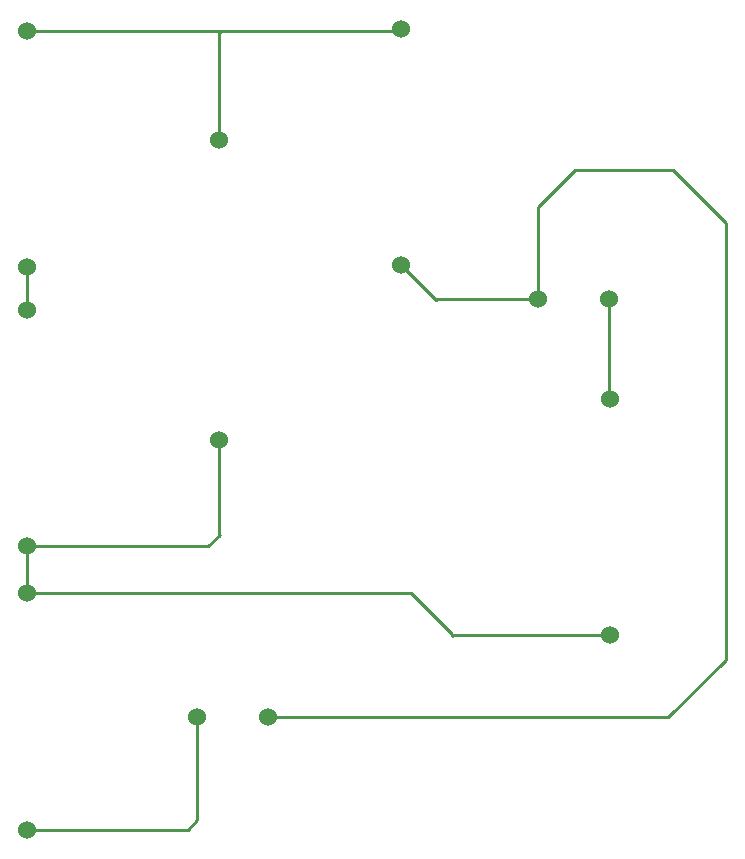
<source format=gbr>
%TF.GenerationSoftware,KiCad,Pcbnew,(6.0.7)*%
%TF.CreationDate,2022-09-05T15:14:58+08:00*%
%TF.ProjectId,6_7,365f372e-6b69-4636-9164-5f7063625858,rev?*%
%TF.SameCoordinates,Original*%
%TF.FileFunction,Copper,L1,Top*%
%TF.FilePolarity,Positive*%
%FSLAX46Y46*%
G04 Gerber Fmt 4.6, Leading zero omitted, Abs format (unit mm)*
G04 Created by KiCad (PCBNEW (6.0.7)) date 2022-09-05 15:14:58*
%MOMM*%
%LPD*%
G01*
G04 APERTURE LIST*
%TA.AperFunction,ComponentPad*%
%ADD10C,1.524000*%
%TD*%
%TA.AperFunction,Conductor*%
%ADD11C,0.250000*%
%TD*%
G04 APERTURE END LIST*
D10*
%TO.P,R5,1*%
%TO.N,Net-(R5-Pad1)*%
X84480400Y-49080400D03*
%TO.P,R5,2*%
%TO.N,Net-(A1-Pad2)*%
X84480400Y-69080400D03*
%TD*%
%TO.P,V1,1,+*%
%TO.N,Net-(R3-Pad2)*%
X55527200Y-75996800D03*
%TO.P,V1,2,-*%
%TO.N,Net-(R4-Pad2)*%
X49527200Y-75996800D03*
%TD*%
%TO.P,R1,1*%
%TO.N,Net-(A1-Pad1)*%
X35077400Y-17914600D03*
%TO.P,R1,2*%
%TO.N,Net-(R1-Pad2)*%
X35077400Y-37914600D03*
%TD*%
%TO.P,R4,1*%
%TO.N,Net-(A1-Pad2)*%
X35077400Y-65514200D03*
%TO.P,R4,2*%
%TO.N,Net-(R4-Pad2)*%
X35077400Y-85514200D03*
%TD*%
%TO.P,R3,1*%
%TO.N,Net-(A1-Pad1)*%
X66802000Y-17736800D03*
%TO.P,R3,2*%
%TO.N,Net-(R3-Pad2)*%
X66802000Y-37736800D03*
%TD*%
%TO.P,U1,1,+*%
%TO.N,Net-(R3-Pad2)*%
X78381600Y-40614600D03*
%TO.P,U1,2,-*%
%TO.N,Net-(R5-Pad1)*%
X84381600Y-40614600D03*
%TD*%
%TO.P,A1,1,+*%
%TO.N,Net-(A1-Pad1)*%
X51384200Y-27152600D03*
%TO.P,A1,2,-*%
%TO.N,Net-(A1-Pad2)*%
X51384200Y-52552600D03*
%TD*%
%TO.P,R2,1*%
%TO.N,Net-(R1-Pad2)*%
X35077400Y-41536600D03*
%TO.P,R2,2*%
%TO.N,Net-(A1-Pad2)*%
X35077400Y-61536600D03*
%TD*%
D11*
%TO.N,Net-(R5-Pad1)*%
X84381600Y-48981600D02*
X84480400Y-49080400D01*
X84381600Y-40614600D02*
X84381600Y-48981600D01*
%TO.N,Net-(A1-Pad1)*%
X66624200Y-17914600D02*
X66802000Y-17736800D01*
X51384200Y-27152600D02*
X51384200Y-18084800D01*
X51554400Y-17914600D02*
X66624200Y-17914600D01*
X35077400Y-17914600D02*
X51554400Y-17914600D01*
X51384200Y-18084800D02*
X51554400Y-17914600D01*
%TO.N,Net-(A1-Pad2)*%
X71127600Y-69080400D02*
X84480400Y-69080400D01*
X71069200Y-69138800D02*
X71127600Y-69080400D01*
X67647800Y-65514200D02*
X71069200Y-68935600D01*
X35077400Y-65514200D02*
X67647800Y-65514200D01*
X71069200Y-68935600D02*
X71069200Y-69138800D01*
X51384200Y-60553600D02*
X51384200Y-52552600D01*
X50452000Y-61536600D02*
X51409600Y-60579000D01*
X35077400Y-61536600D02*
X50452000Y-61536600D01*
X51409600Y-60579000D02*
X51384200Y-60553600D01*
X35077400Y-61536600D02*
X35077400Y-65582800D01*
%TO.N,Net-(R1-Pad2)*%
X35077400Y-37914600D02*
X35077400Y-41536600D01*
%TO.N,Net-(R3-Pad2)*%
X94259400Y-71145400D02*
X94259400Y-34137600D01*
X89408000Y-75996800D02*
X94259400Y-71145400D01*
X81534000Y-29692600D02*
X78381600Y-32845000D01*
X69705200Y-40640000D02*
X69748400Y-40640000D01*
X66802000Y-37736800D02*
X69705200Y-40640000D01*
X94259400Y-34137600D02*
X89814400Y-29692600D01*
X55527200Y-75996800D02*
X89408000Y-75996800D01*
X78381600Y-32845000D02*
X78381600Y-40614600D01*
X89814400Y-29692600D02*
X81534000Y-29692600D01*
X69773800Y-40614600D02*
X78381600Y-40614600D01*
X69748400Y-40640000D02*
X69773800Y-40614600D01*
%TO.N,Net-(R4-Pad2)*%
X48699400Y-85514200D02*
X49527200Y-84686400D01*
X49527200Y-84686400D02*
X49527200Y-75996800D01*
X35077400Y-85514200D02*
X48699400Y-85514200D01*
%TD*%
M02*

</source>
